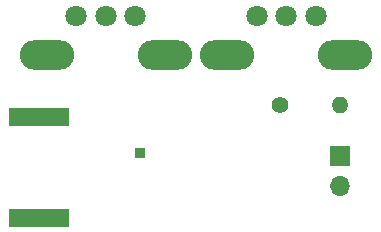
<source format=gbr>
G04 #@! TF.GenerationSoftware,KiCad,Pcbnew,5.1.9-73d0e3b20d~88~ubuntu20.04.1*
G04 #@! TF.CreationDate,2022-01-16T22:13:46+01:00*
G04 #@! TF.ProjectId,RFBandaid,52464261-6e64-4616-9964-2e6b69636164,rev?*
G04 #@! TF.SameCoordinates,Original*
G04 #@! TF.FileFunction,Soldermask,Bot*
G04 #@! TF.FilePolarity,Negative*
%FSLAX46Y46*%
G04 Gerber Fmt 4.6, Leading zero omitted, Abs format (unit mm)*
G04 Created by KiCad (PCBNEW 5.1.9-73d0e3b20d~88~ubuntu20.04.1) date 2022-01-16 22:13:46*
%MOMM*%
%LPD*%
G01*
G04 APERTURE LIST*
%ADD10C,1.800000*%
%ADD11O,4.600000X2.500000*%
%ADD12R,0.850000X0.850000*%
%ADD13R,5.080000X1.500000*%
%ADD14R,1.700000X1.700000*%
%ADD15O,1.700000X1.700000*%
%ADD16C,1.400000*%
%ADD17O,1.400000X1.400000*%
G04 APERTURE END LIST*
D10*
X95970000Y-71940000D03*
X98470000Y-71940000D03*
X100970000Y-71940000D03*
D11*
X93470000Y-75240000D03*
X103470000Y-75240000D03*
X88210000Y-75240000D03*
X78210000Y-75240000D03*
D10*
X85710000Y-71940000D03*
X83210000Y-71940000D03*
X80710000Y-71940000D03*
D12*
X86130000Y-83530000D03*
D13*
X77560000Y-80480000D03*
X77560000Y-88980000D03*
D14*
X103060000Y-83730000D03*
D15*
X103060000Y-86270000D03*
D16*
X97970000Y-79460000D03*
D17*
X103050000Y-79460000D03*
M02*

</source>
